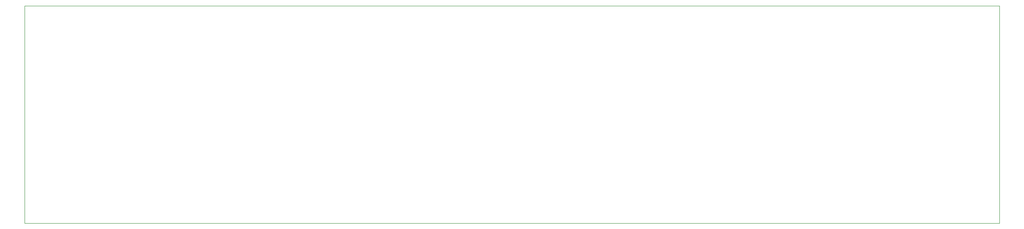
<source format=gbr>
%TF.GenerationSoftware,KiCad,Pcbnew,(6.0.0)*%
%TF.CreationDate,2022-07-31T17:52:24+01:00*%
%TF.ProjectId,Lynx AMP,4c796e78-2041-44d5-902e-6b696361645f,rev?*%
%TF.SameCoordinates,Original*%
%TF.FileFunction,Profile,NP*%
%FSLAX46Y46*%
G04 Gerber Fmt 4.6, Leading zero omitted, Abs format (unit mm)*
G04 Created by KiCad (PCBNEW (6.0.0)) date 2022-07-31 17:52:24*
%MOMM*%
%LPD*%
G01*
G04 APERTURE LIST*
%TA.AperFunction,Profile*%
%ADD10C,0.100000*%
%TD*%
G04 APERTURE END LIST*
D10*
X229400000Y-146575000D02*
X31405000Y-146575000D01*
X31405000Y-146575000D02*
X31405000Y-102270000D01*
X31405000Y-102270000D02*
X229400000Y-102270000D01*
X229400000Y-102270000D02*
X229400000Y-146575000D01*
M02*

</source>
